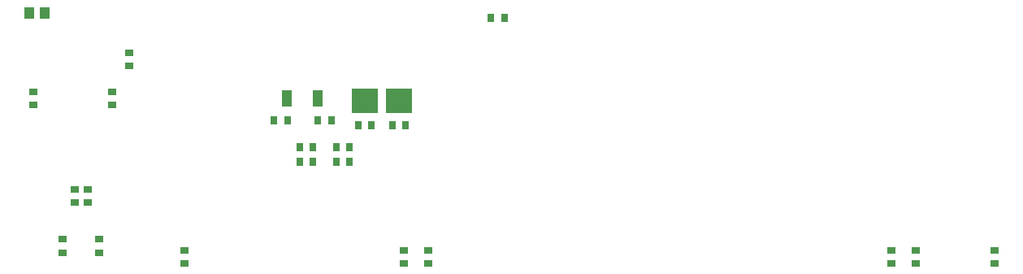
<source format=gbp>
%FSAX43Y43*%
%MOMM*%
G71*
G01*
G75*
G04 Layer_Color=128*
%ADD10R,0.800X0.900*%
%ADD11R,0.900X0.800*%
%ADD12O,0.600X2.200*%
%ADD13R,0.508X1.500*%
%ADD14R,2.300X2.300*%
%ADD15R,1.200X1.400*%
%ADD16R,2.200X2.200*%
%ADD17O,1.800X0.300*%
%ADD18O,0.300X1.800*%
%ADD19R,2.540X1.016*%
%ADD20R,1.016X2.540*%
%ADD21R,1.200X0.300*%
%ADD22R,0.300X1.200*%
%ADD23R,2.032X0.635*%
%ADD24R,1.000X2.400*%
%ADD25R,3.300X2.400*%
%ADD26C,0.635*%
%ADD27C,0.254*%
%ADD28C,0.381*%
%ADD29C,0.508*%
%ADD30R,9.779X2.159*%
%ADD31R,7.874X1.778*%
%ADD32R,2.540X4.953*%
%ADD33R,2.286X7.874*%
%ADD34R,3.810X25.781*%
%ADD35R,2.794X2.794*%
%ADD36R,3.429X3.048*%
%ADD37R,3.937X3.937*%
%ADD38R,1.651X1.524*%
%ADD39R,2.032X2.009*%
%ADD40R,1.905X1.778*%
%ADD41R,1.778X1.524*%
%ADD42R,1.270X1.270*%
%ADD43R,3.429X4.953*%
%ADD44R,4.826X2.540*%
%ADD45R,1.397X1.524*%
%ADD46C,1.500*%
%ADD47R,1.500X1.500*%
%ADD48C,4.000*%
%ADD49C,0.762*%
%ADD50C,3.000*%
%ADD51C,0.508*%
%ADD52C,1.016*%
%ADD53C,1.524*%
%ADD54R,1.500X1.500*%
%ADD55C,3.810*%
%ADD56C,1.600*%
%ADD57C,4.760*%
%ADD58R,1.690X1.690*%
%ADD59C,1.690*%
%ADD60C,3.556*%
%ADD61R,1.524X1.524*%
%ADD62C,2.032*%
%ADD63C,1.270*%
%ADD64C,1.778*%
%ADD65C,2.000*%
%ADD66R,2.000X2.000*%
%ADD67R,1.000X1.300*%
%ADD68R,1.000X1.800*%
%ADD69R,2.794X2.540*%
%ADD70R,9.525X2.159*%
%ADD71R,3.937X3.683*%
%ADD72R,1.905X1.651*%
%ADD73R,1.397X1.397*%
%ADD74R,1.397X1.651*%
%ADD75R,2.921X2.794*%
%ADD76R,2.667X2.540*%
%ADD77C,0.250*%
%ADD78C,0.100*%
%ADD79C,0.600*%
%ADD80C,0.127*%
%ADD81C,0.200*%
%ADD82C,0.150*%
%ADD83R,1.003X1.103*%
%ADD84R,1.103X1.003*%
%ADD85O,0.803X2.403*%
%ADD86R,0.711X1.703*%
%ADD87R,2.503X2.503*%
%ADD88R,1.403X1.603*%
%ADD89O,2.003X0.503*%
%ADD90O,0.503X2.003*%
%ADD91R,2.743X1.219*%
%ADD92R,1.219X2.743*%
%ADD93R,1.403X0.503*%
%ADD94R,0.503X1.403*%
%ADD95R,2.235X0.838*%
%ADD96R,1.203X2.603*%
%ADD97R,3.503X2.603*%
%ADD98C,1.703*%
%ADD99R,1.703X1.703*%
%ADD100C,4.203*%
%ADD101C,0.965*%
%ADD102C,3.203*%
%ADD103C,0.711*%
%ADD104C,1.219*%
%ADD105C,1.727*%
%ADD106R,1.703X1.703*%
%ADD107C,4.013*%
%ADD108C,1.803*%
%ADD109C,4.963*%
%ADD110R,1.893X1.893*%
%ADD111C,1.893*%
%ADD112C,3.759*%
%ADD113R,1.727X1.727*%
%ADD114C,0.203*%
%ADD115C,2.235*%
%ADD116C,1.473*%
%ADD117C,1.981*%
%ADD118C,2.203*%
%ADD119R,2.203X2.203*%
%ADD120R,1.203X1.503*%
%ADD121R,1.203X2.003*%
%ADD122R,2.997X2.743*%
D10*
X0103694Y0089281D02*
D03*
X0105094D02*
D03*
X0085155Y0075819D02*
D03*
X0083755D02*
D03*
X0085155Y0074295D02*
D03*
X0083755D02*
D03*
X0081088Y0078613D02*
D03*
X0082488D02*
D03*
X0087060Y0078613D02*
D03*
X0085660D02*
D03*
X0094807Y0078105D02*
D03*
X0093407D02*
D03*
X0089851Y0078105D02*
D03*
X0091251D02*
D03*
X0087565Y0074295D02*
D03*
X0088965D02*
D03*
X0087565Y0075819D02*
D03*
X0088965D02*
D03*
D11*
X0064262Y0080199D02*
D03*
Y0081599D02*
D03*
X0056007Y0080199D02*
D03*
Y0081599D02*
D03*
X0066040Y0085663D02*
D03*
Y0084263D02*
D03*
X0062865Y0064832D02*
D03*
Y0066232D02*
D03*
X0059055Y0064832D02*
D03*
Y0066232D02*
D03*
X0061722Y0070039D02*
D03*
Y0071439D02*
D03*
X0060325Y0070039D02*
D03*
Y0071439D02*
D03*
X0147955Y0065089D02*
D03*
Y0063689D02*
D03*
X0145415Y0065089D02*
D03*
Y0063689D02*
D03*
X0156210Y0065089D02*
D03*
Y0063689D02*
D03*
X0097155Y0065089D02*
D03*
Y0063689D02*
D03*
X0094615Y0065089D02*
D03*
Y0063689D02*
D03*
X0071755Y0065089D02*
D03*
Y0063689D02*
D03*
D67*
X0055588Y0089789D02*
D03*
X0057188D02*
D03*
D68*
X0082474Y0080919D02*
D03*
X0085674D02*
D03*
D69*
X0094107Y0080645D02*
D03*
X0090551D02*
D03*
M02*

</source>
